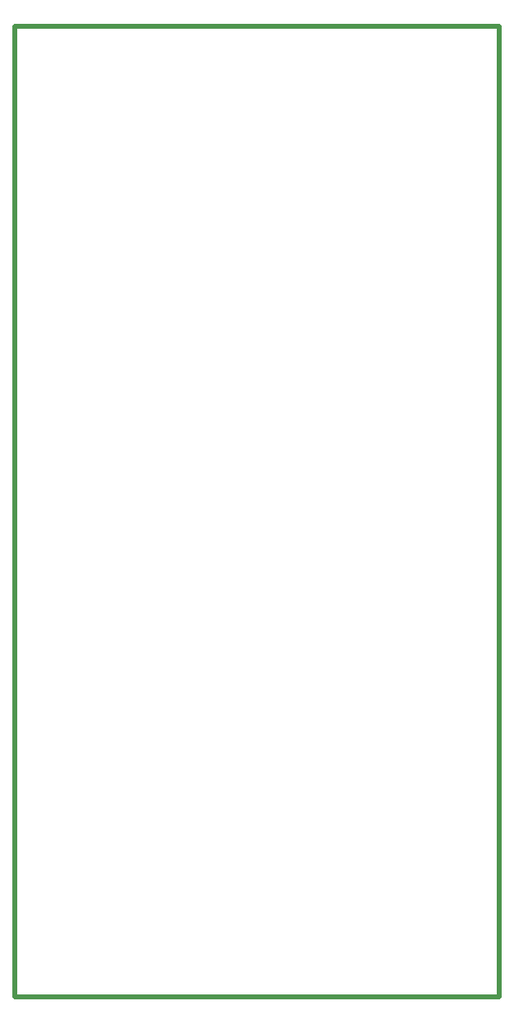
<source format=gbr>
%TF.GenerationSoftware,KiCad,Pcbnew,(5.1.4)-1*%
%TF.CreationDate,2019-12-09T14:58:40+08:00*%
%TF.ProjectId,RF_input,52465f69-6e70-4757-942e-6b696361645f,rev?*%
%TF.SameCoordinates,Original*%
%TF.FileFunction,Profile,NP*%
%FSLAX46Y46*%
G04 Gerber Fmt 4.6, Leading zero omitted, Abs format (unit mm)*
G04 Created by KiCad (PCBNEW (5.1.4)-1) date 2019-12-09 14:58:40*
%MOMM*%
%LPD*%
G04 APERTURE LIST*
%ADD10C,0.500000*%
G04 APERTURE END LIST*
D10*
X100000000Y-150000000D02*
X150000000Y-150000000D01*
X150000000Y-50000000D02*
X150000000Y-150000000D01*
X100000000Y-50000000D02*
X150000000Y-50000000D01*
X100000000Y-150000000D02*
X100000000Y-50000000D01*
M02*

</source>
